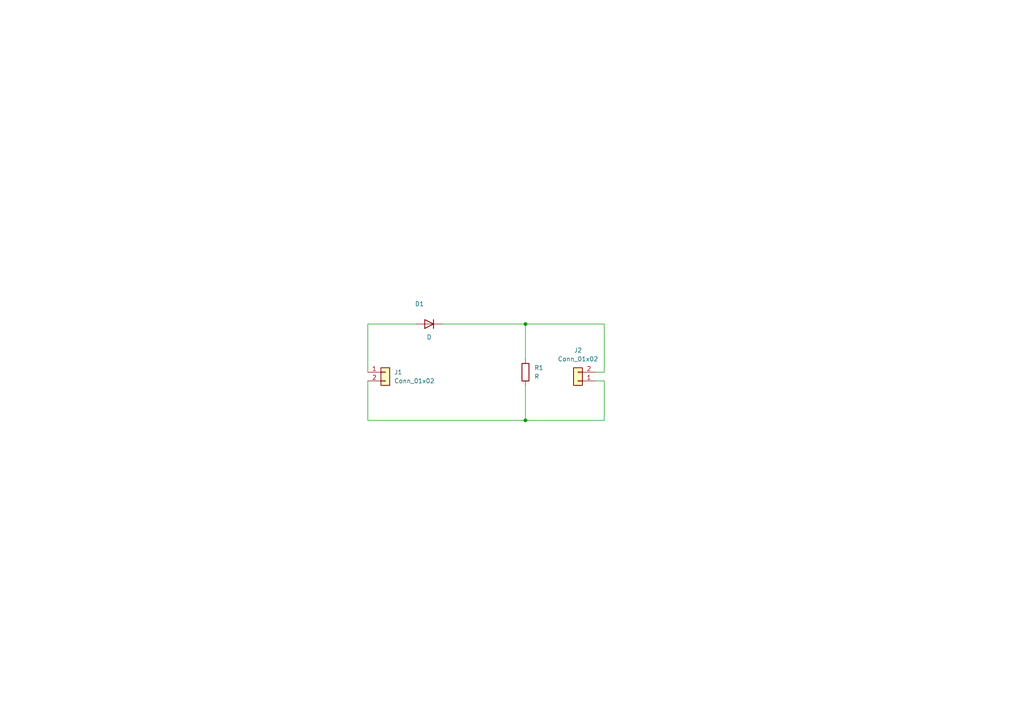
<source format=kicad_sch>
(kicad_sch (version 20231120) (generator "eeschema") (generator_version "8.0")
  (paper "A4")
  (title_block (title "Aula 1") (date "2024-05-20") (rev "1.0") (company "Ocean"))
  (lib_symbols
    (symbol "Connector_Generic:Conn_01x02" (pin_names (offset 1.016) hide)
      (property "Reference" "J" (at 0 2.54 0))
      (property "Value" "Conn_01x02" (at 0 -5.08 0))
      (symbol "Conn_01x02_1_1"
        (rectangle (start -1.27 -2.413) (end 0 -2.667) (stroke (width 0.1524)))
        (rectangle (start -1.27 0.127) (end 0 -0.127) (stroke (width 0.1524)))
        (rectangle (start -1.27 1.27) (end 1.27 -3.81) (stroke (width 0.254)) (fill (type background)))
        (pin passive line (at -5.08 0 0) (length 3.81) (name "Pin_1") (number "1"))
        (pin passive line (at -5.08 -2.54 0) (length 3.81) (name "Pin_2") (number "2"))
      )
    )
    (symbol "Device:D" (pin_numbers hide) (pin_names (offset 1.016) hide)
      (property "Reference" "D" (at 0 2.54 0))
      (property "Value" "D" (at 0 -2.54 0))
      (symbol "D_0_1"
        (polyline (pts (xy -1.27 1.27) (xy -1.27 -1.27)) (stroke (width 0.254)))
        (polyline (pts (xy 1.27 0) (xy -1.27 0)))
        (polyline (pts (xy 1.27 1.27) (xy 1.27 -1.27) (xy -1.27 0) (xy 1.27 1.27)) (stroke (width 0.254)))
      )
      (symbol "D_1_1"
        (pin passive line (at -3.81 0 0) (length 2.54) (name "K") (number "1"))
        (pin passive line (at 3.81 0 180) (length 2.54) (name "A") (number "2"))
      )
    )
    (symbol "Device:R" (pin_numbers hide) (pin_names (offset 0))
      (property "Reference" "R" (at 2.032 0 90))
      (property "Value" "R" (at 0 0 90))
      (symbol "R_0_1"
        (rectangle (start -1.016 -2.54) (end 1.016 2.54) (stroke (width 0.254)))
      )
      (symbol "R_1_1"
        (pin passive line (at 0 3.81 270) (length 1.27) (name "~") (number "1"))
        (pin passive line (at 0 -3.81 90) (length 1.27) (name "~") (number "2"))
      )
    )
  )
  (junction (at 152.4 121.92))
  (junction (at 152.4 93.98))
  (wire (pts (xy 128.27 93.98) (xy 152.4 93.98)))
  (wire (pts (xy 175.26 93.98) (xy 152.4 93.98)))
  (wire (pts (xy 172.72 110.49) (xy 175.26 110.49)))
  (wire (pts (xy 172.72 107.95) (xy 175.26 107.95)))
  (wire (pts (xy 106.68 121.92) (xy 152.4 121.92)))
  (wire (pts (xy 152.4 93.98) (xy 152.4 104.14)))
  (wire (pts (xy 106.68 110.49) (xy 106.68 121.92)))
  (wire (pts (xy 175.26 107.95) (xy 175.26 93.98)))
  (wire (pts (xy 106.68 107.95) (xy 106.68 93.98)))
  (wire (pts (xy 175.26 110.49) (xy 175.26 121.92)))
  (wire (pts (xy 152.4 121.92) (xy 152.4 111.76)))
  (wire (pts (xy 152.4 121.92) (xy 175.26 121.92)))
  (wire (pts (xy 106.68 93.98) (xy 120.65 93.98)))
  (symbol (lib_id "Device:D") (at 124.46 93.98 180) (unit 1)
    (property "Reference" "D1" (at 121.666 88.138 0))
    (property "Value" "D" (at 124.46 97.79 0))
    (property "Footprint" "Diode_THT:D_DO-41_SOD81_P7.62mm_Horizontal" (effects (hide yes)))
    (property "Description" "Diode" (effects (hide yes)))
    (property "Sim.Device" "D" (effects (hide yes)))
    (property "Sim.Pins" "1=K 2=A" (effects (hide yes)))
  )
  (symbol (lib_id "Connector_Generic:Conn_01x02") (at 111.76 107.95 0) (unit 1)
    (property "Reference" "J1" (at 114.3 107.9499 0) (effects (justify left)))
    (property "Value" "Conn_01x02" (at 114.3 110.4899 0) (effects (justify left)))
    (property "Footprint" "Connector_PinHeader_2.00mm:PinHeader_1x02_P2.00mm_Vertical" (effects (hide yes)))
    (property "Description" "Generic connector, single row, 01x02, script generated (kicad-library-utils/schlib/autogen/connector/)" (effects (hide yes)))
  )
  (symbol (lib_id "Device:R") (at 152.4 107.95 0) (unit 1)
    (property "Reference" "R1" (at 154.94 106.6799 0) (effects (justify left)))
    (property "Value" "R" (at 154.94 109.2199 0) (effects (justify left)))
    (property "Footprint" "Resistor_THT:R_Axial_DIN0207_L6.3mm_D2.5mm_P10.16mm_Horizontal" (effects (hide yes)))
    (property "Description" "Resistor" (effects (hide yes)))
  )
  (symbol (lib_id "Connector_Generic:Conn_01x02") (at 167.64 110.49 180) (unit 1)
    (property "Reference" "J2" (at 167.64 101.6 0))
    (property "Value" "Conn_01x02" (at 167.64 104.14 0))
    (property "Footprint" "Connector_PinHeader_2.00mm:PinHeader_1x02_P2.00mm_Vertical" (effects (hide yes)))
    (property "Description" "Generic connector, single row, 01x02, script generated (kicad-library-utils/schlib/autogen/connector/)" (effects (hide yes)))
  )
)
</source>
